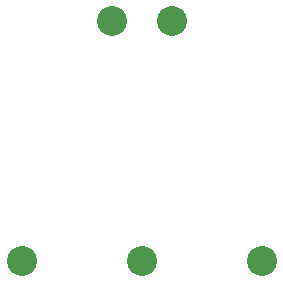
<source format=gbr>
G04 #@! TF.GenerationSoftware,KiCad,Pcbnew,(5.0.2)-1*
G04 #@! TF.CreationDate,2019-03-10T17:56:26+01:00*
G04 #@! TF.ProjectId,SnackBus_PSU,536e6163-6b42-4757-935f-5053552e6b69,rev?*
G04 #@! TF.SameCoordinates,Original*
G04 #@! TF.FileFunction,Paste,Top*
G04 #@! TF.FilePolarity,Positive*
%FSLAX46Y46*%
G04 Gerber Fmt 4.6, Leading zero omitted, Abs format (unit mm)*
G04 Created by KiCad (PCBNEW (5.0.2)-1) date 10-3-2019 17:56:26*
%MOMM*%
%LPD*%
G01*
G04 APERTURE LIST*
%ADD10C,2.540000*%
G04 APERTURE END LIST*
D10*
G04 #@! TO.C,M1*
X30710000Y-31090000D03*
X35790000Y-31090000D03*
X23090000Y-51410000D03*
X33250000Y-51410000D03*
X43410000Y-51410000D03*
G04 #@! TD*
M02*

</source>
